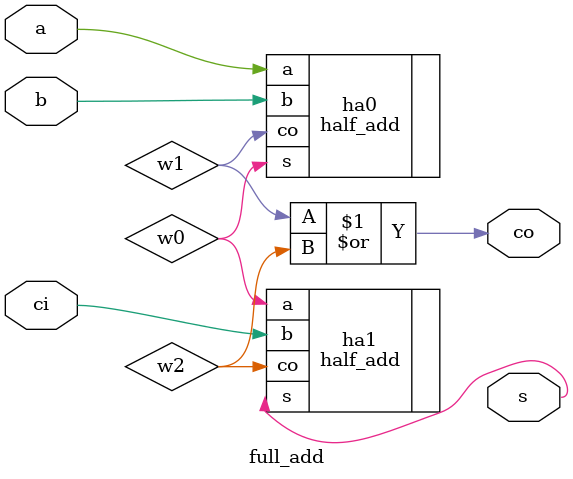
<source format=v>
`timescale 1ns/1ns

module full_add(a, b, ci, co, s); /* define module */
	input  a, b, ci;              /* input port */
	output co, s;                 /* output port */
	wire   w0, w1, w2;            /* wire */
	
	/* connect pre-defined module */
	half_add ha0(.a(a),  .b(b),  .co(w1), .s(w0));
	half_add ha1(.a(w0), .b(ci), .co(w2), .s(s));
	
	/* assign output */
	assign co = w1 | w2;
	
endmodule

</source>
